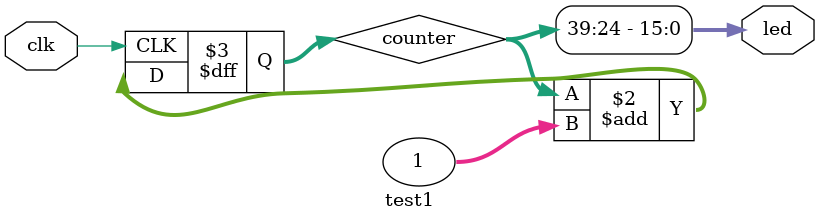
<source format=v>
module test1(
	input clk,
	output [15:0] led);

	reg [39:0] counter;
	assign led = counter[39:24];

	always @(posedge clk)
		counter <= counter + 1;

endmodule

</source>
